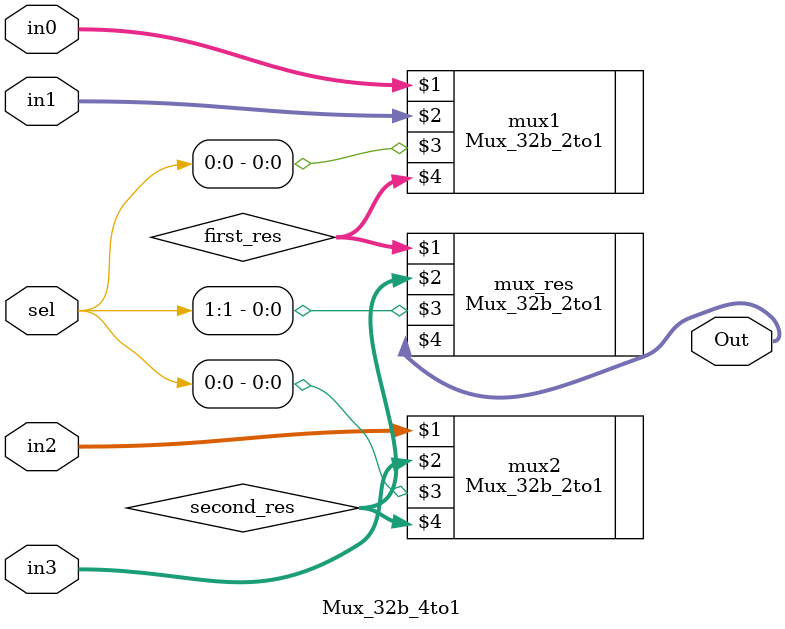
<source format=v>
module Mux_32b_4to1(in0, in1, in2, in3, sel, Out);
	
	input [31:0] in0, in1, in2, in3;
	input [1:0] sel;
	output [31:0] Out;
	
	wire [31:0] first_res, second_res;
	
	Mux_32b_2to1 mux1(in0, in1, sel[0], first_res);
	Mux_32b_2to1 mux2(in2, in3, sel[0], second_res);
	Mux_32b_2to1 mux_res(first_res, second_res, sel[1], Out);


endmodule

</source>
